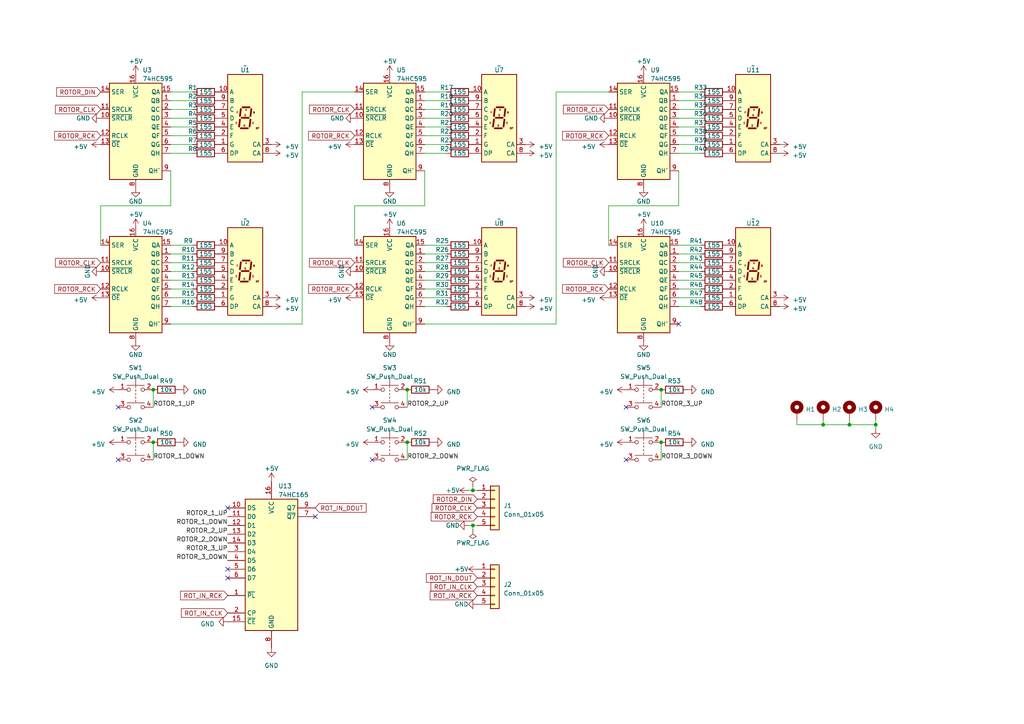
<source format=kicad_sch>
(kicad_sch (version 20220914) (generator eeschema)
  (paper "A4")
  (lib_symbols
    (symbol "74xx:74HC165"
      (property "Reference" "U" (at -7.62 19.05 0))
      (property "Value" "74HC165" (at -7.62 -21.59 0))
      (symbol "74HC165_1_0"
        (pin input line (at -12.7 -10.16 0) (length 5.08) (name "~{PL}") (number "1"))
        (pin input line (at -12.7 15.24 0) (length 5.08) (name "DS") (number "10"))
        (pin input line (at -12.7 12.7 0) (length 5.08) (name "D0") (number "11"))
        (pin input line (at -12.7 10.16 0) (length 5.08) (name "D1") (number "12"))
        (pin input line (at -12.7 7.62 0) (length 5.08) (name "D2") (number "13"))
        (pin input line (at -12.7 5.08 0) (length 5.08) (name "D3") (number "14"))
        (pin input line (at -12.7 -17.78 0) (length 5.08) (name "~{CE}") (number "15"))
        (pin power_in line (at 0 22.86 270) (length 5.08) (name "VCC") (number "16"))
        (pin input line (at -12.7 -15.24 0) (length 5.08) (name "CP") (number "2"))
        (pin input line (at -12.7 2.54 0) (length 5.08) (name "D4") (number "3"))
        (pin input line (at -12.7 0 0) (length 5.08) (name "D5") (number "4"))
        (pin input line (at -12.7 -2.54 0) (length 5.08) (name "D6") (number "5"))
        (pin input line (at -12.7 -5.08 0) (length 5.08) (name "D7") (number "6"))
        (pin output line (at 12.7 12.7 180) (length 5.08) (name "~{Q7}") (number "7"))
        (pin power_in line (at 0 -25.4 90) (length 5.08) (name "GND") (number "8"))
        (pin output line (at 12.7 15.24 180) (length 5.08) (name "Q7") (number "9"))
      )
    )
    (symbol "74xx:74HC595"
      (property "Reference" "U" (at -7.62 13.97 0))
      (property "Value" "74HC595" (at -7.62 -16.51 0))
      (symbol "74HC595_1_0"
        (pin tri_state line (at 10.16 7.62 180) (length 2.54) (name "QB") (number "1"))
        (pin input line (at -10.16 2.54 0) (length 2.54) (name "~{SRCLR}") (number "10"))
        (pin input line (at -10.16 5.08 0) (length 2.54) (name "SRCLK") (number "11"))
        (pin input line (at -10.16 -2.54 0) (length 2.54) (name "RCLK") (number "12"))
        (pin input line (at -10.16 -5.08 0) (length 2.54) (name "~{OE}") (number "13"))
        (pin input line (at -10.16 10.16 0) (length 2.54) (name "SER") (number "14"))
        (pin tri_state line (at 10.16 10.16 180) (length 2.54) (name "QA") (number "15"))
        (pin power_in line (at 0 15.24 270) (length 2.54) (name "VCC") (number "16"))
        (pin tri_state line (at 10.16 5.08 180) (length 2.54) (name "QC") (number "2"))
        (pin tri_state line (at 10.16 2.54 180) (length 2.54) (name "QD") (number "3"))
        (pin tri_state line (at 10.16 0 180) (length 2.54) (name "QE") (number "4"))
        (pin tri_state line (at 10.16 -2.54 180) (length 2.54) (name "QF") (number "5"))
        (pin tri_state line (at 10.16 -5.08 180) (length 2.54) (name "QG") (number "6"))
        (pin tri_state line (at 10.16 -7.62 180) (length 2.54) (name "QH") (number "7"))
        (pin power_in line (at 0 -17.78 90) (length 2.54) (name "GND") (number "8"))
        (pin output line (at 10.16 -12.7 180) (length 2.54) (name "QH'") (number "9"))
      )
    )
    (symbol "Connector_Generic:Conn_01x05" (pin_names (offset 1.016) hide)
      (property "Reference" "J" (at 0 7.62 0))
      (property "Value" "Conn_01x05" (at 0 -7.62 0))
      (symbol "Conn_01x05_1_1"
        (pin passive line (at -5.08 5.08 0) (length 3.81) (name "Pin_1") (number "1"))
        (pin passive line (at -5.08 2.54 0) (length 3.81) (name "Pin_2") (number "2"))
        (pin passive line (at -5.08 0 0) (length 3.81) (name "Pin_3") (number "3"))
        (pin passive line (at -5.08 -2.54 0) (length 3.81) (name "Pin_4") (number "4"))
        (pin passive line (at -5.08 -5.08 0) (length 3.81) (name "Pin_5") (number "5"))
      )
    )
    (symbol "Device:R" (pin_numbers hide) (pin_names (offset 0))
      (property "Reference" "R" (at 2.032 0 90))
      (property "Value" "R" (at 0 0 90))
      (symbol "R_1_1"
        (pin passive line (at 0 3.81 270) (length 1.27) (name "~") (number "1"))
        (pin passive line (at 0 -3.81 90) (length 1.27) (name "~") (number "2"))
      )
    )
    (symbol "HDSP-561E:HDSP-561E"
      (property "Reference" "U" (at 0 11.43 0))
      (symbol "HDSP-561E_1_0"
        (text "A" (at 0.254 2.413 0) (effects (font (size 0.508 0.508))))
        (text "B" (at 2.54 1.651 0) (effects (font (size 0.508 0.508))))
        (text "C" (at 2.286 -1.397 0) (effects (font (size 0.508 0.508))))
        (text "D" (at -0.254 -2.159 0) (effects (font (size 0.508 0.508))))
        (text "DP" (at 3.556 -2.921 0) (effects (font (size 0.508 0.508))))
        (text "E" (at -2.54 -1.397 0) (effects (font (size 0.508 0.508))))
        (text "F" (at -2.286 1.651 0) (effects (font (size 0.508 0.508))))
        (text "G" (at 0 0.889 0) (effects (font (size 0.508 0.508))))
      )
      (symbol "HDSP-561E_1_1"
        (pin input line (at -7.62 -7.62 0) (length 2.54) (name "G") (number "1"))
        (pin input line (at -7.62 7.62 0) (length 2.54) (name "A") (number "10"))
        (pin input line (at -7.62 -5.08 0) (length 2.54) (name "F") (number "2"))
        (pin input line (at 7.62 -7.62 180) (length 2.54) (name "CA") (number "3"))
        (pin input line (at -7.62 -2.54 0) (length 2.54) (name "E") (number "4"))
        (pin input line (at -7.62 0 0) (length 2.54) (name "D") (number "5"))
        (pin input line (at -7.62 -10.16 0) (length 2.54) (name "DP") (number "6"))
        (pin input line (at -7.62 2.54 0) (length 2.54) (name "C") (number "7"))
        (pin input line (at 7.62 -10.16 180) (length 2.54) (name "CA") (number "8"))
        (pin input line (at -7.62 5.08 0) (length 2.54) (name "B") (number "9"))
      )
    )
    (symbol "Mechanical:MountingHole_Pad" (pin_numbers hide) (pin_names (offset 1.016) hide)
      (property "Reference" "H" (at 0 6.35 0))
      (property "Value" "MountingHole_Pad" (at 0 4.445 0))
      (symbol "MountingHole_Pad_1_1"
        (pin input line (at 0 -2.54 90) (length 2.54) (name "1") (number "1"))
      )
    )
    (symbol "Switch:SW_Push_Dual" (pin_names (offset 1.016) hide)
      (property "Reference" "SW" (at 1.27 2.54 0))
      (property "Value" "SW_Push_Dual" (at 0 -6.858 0))
      (symbol "SW_Push_Dual_0_1"
        (pin passive line (at -5.08 0 0) (length 2.54) (name "1") (number "1"))
        (pin passive line (at 5.08 0 180) (length 2.54) (name "2") (number "2"))
        (pin passive line (at -5.08 -5.08 0) (length 2.54) (name "3") (number "3"))
        (pin passive line (at 5.08 -5.08 180) (length 2.54) (name "4") (number "4"))
      )
    )
    (symbol "power:+5V" (power) (pin_names (offset 0))
      (property "Value" "+5V" (at 0 3.556 0))
      (symbol "+5V_1_1"
        (pin power_in line (at 0 0 90) (length 0) hide (name "+5V") (number "1"))
      )
    )
    (symbol "power:GND" (power) (pin_names (offset 0))
      (property "Value" "GND" (at 0 -3.81 0))
      (symbol "GND_1_1"
        (pin power_in line (at 0 0 270) (length 0) hide (name "GND") (number "1"))
      )
    )
    (symbol "power:PWR_FLAG" (power) (pin_numbers hide) (pin_names (offset 0) hide)
      (property "Value" "PWR_FLAG" (at 0 3.81 0))
      (symbol "PWR_FLAG_0_0"
        (pin power_out line (at 0 0 90) (length 0) (name "pwr") (number "1"))
      )
    )
  )
  (junction (at 238.76 123.19))
  (junction (at 191.77 113.03))
  (junction (at 44.45 113.03))
  (junction (at 254 123.19))
  (junction (at 44.45 128.27))
  (junction (at 137.16 142.24))
  (junction (at 118.11 113.03))
  (junction (at 118.11 128.27))
  (junction (at 137.16 152.4))
  (junction (at 191.77 128.27))
  (junction (at 246.38 123.19))
  (no_connect (at 196.85 93.98))
  (no_connect (at 107.95 133.35))
  (no_connect (at 107.95 118.11))
  (no_connect (at 66.04 165.1))
  (no_connect (at 91.44 149.86))
  (no_connect (at 66.04 167.64))
  (no_connect (at 66.04 147.32))
  (no_connect (at 181.61 118.11))
  (no_connect (at 34.29 133.35))
  (no_connect (at 34.29 118.11))
  (no_connect (at 181.61 133.35))
  (wire (pts (xy 129.54 76.2) (xy 123.19 76.2)))
  (wire (pts (xy 123.19 31.75) (xy 129.54 31.75)))
  (wire (pts (xy 196.85 49.53) (xy 196.85 59.69)))
  (wire (pts (xy 123.19 26.67) (xy 129.54 26.67)))
  (wire (pts (xy 196.85 34.29) (xy 203.2 34.29)))
  (wire (pts (xy 29.21 59.69) (xy 29.21 71.12)))
  (wire (pts (xy 87.63 26.67) (xy 102.87 26.67)))
  (wire (pts (xy 55.88 76.2) (xy 49.53 76.2)))
  (wire (pts (xy 137.16 153.67) (xy 137.16 152.4)))
  (wire (pts (xy 203.2 88.9) (xy 196.85 88.9)))
  (wire (pts (xy 246.38 121.92) (xy 246.38 123.19)))
  (wire (pts (xy 196.85 41.91) (xy 203.2 41.91)))
  (wire (pts (xy 55.88 81.28) (xy 49.53 81.28)))
  (wire (pts (xy 203.2 76.2) (xy 196.85 76.2)))
  (wire (pts (xy 135.89 152.4) (xy 137.16 152.4)))
  (wire (pts (xy 231.14 123.19) (xy 238.76 123.19)))
  (wire (pts (xy 123.19 41.91) (xy 129.54 41.91)))
  (wire (pts (xy 49.53 29.21) (xy 55.88 29.21)))
  (wire (pts (xy 129.54 86.36) (xy 123.19 86.36)))
  (wire (pts (xy 49.53 44.45) (xy 55.88 44.45)))
  (wire (pts (xy 203.2 73.66) (xy 196.85 73.66)))
  (wire (pts (xy 123.19 49.53) (xy 123.19 59.69)))
  (wire (pts (xy 196.85 29.21) (xy 203.2 29.21)))
  (wire (pts (xy 118.11 113.03) (xy 118.11 118.11)))
  (wire (pts (xy 129.54 73.66) (xy 123.19 73.66)))
  (wire (pts (xy 49.53 36.83) (xy 55.88 36.83)))
  (wire (pts (xy 87.63 93.98) (xy 87.63 26.67)))
  (wire (pts (xy 55.88 73.66) (xy 49.53 73.66)))
  (wire (pts (xy 196.85 39.37) (xy 203.2 39.37)))
  (wire (pts (xy 203.2 78.74) (xy 196.85 78.74)))
  (wire (pts (xy 49.53 41.91) (xy 55.88 41.91)))
  (wire (pts (xy 129.54 88.9) (xy 123.19 88.9)))
  (wire (pts (xy 203.2 71.12) (xy 196.85 71.12)))
  (wire (pts (xy 55.88 86.36) (xy 49.53 86.36)))
  (wire (pts (xy 55.88 71.12) (xy 49.53 71.12)))
  (wire (pts (xy 44.45 128.27) (xy 44.45 133.35)))
  (wire (pts (xy 191.77 113.03) (xy 191.77 118.11)))
  (wire (pts (xy 161.29 93.98) (xy 161.29 26.67)))
  (wire (pts (xy 196.85 26.67) (xy 203.2 26.67)))
  (wire (pts (xy 129.54 83.82) (xy 123.19 83.82)))
  (wire (pts (xy 123.19 29.21) (xy 129.54 29.21)))
  (wire (pts (xy 49.53 34.29) (xy 55.88 34.29)))
  (wire (pts (xy 137.16 152.4) (xy 138.43 152.4)))
  (wire (pts (xy 135.89 142.24) (xy 137.16 142.24)))
  (wire (pts (xy 129.54 71.12) (xy 123.19 71.12)))
  (wire (pts (xy 49.53 49.53) (xy 49.53 59.69)))
  (wire (pts (xy 238.76 123.19) (xy 246.38 123.19)))
  (wire (pts (xy 123.19 44.45) (xy 129.54 44.45)))
  (wire (pts (xy 123.19 39.37) (xy 129.54 39.37)))
  (wire (pts (xy 102.87 59.69) (xy 102.87 71.12)))
  (wire (pts (xy 203.2 83.82) (xy 196.85 83.82)))
  (wire (pts (xy 196.85 44.45) (xy 203.2 44.45)))
  (wire (pts (xy 196.85 31.75) (xy 203.2 31.75)))
  (wire (pts (xy 123.19 59.69) (xy 102.87 59.69)))
  (wire (pts (xy 55.88 78.74) (xy 49.53 78.74)))
  (wire (pts (xy 203.2 81.28) (xy 196.85 81.28)))
  (wire (pts (xy 123.19 36.83) (xy 129.54 36.83)))
  (wire (pts (xy 129.54 78.74) (xy 123.19 78.74)))
  (wire (pts (xy 203.2 86.36) (xy 196.85 86.36)))
  (wire (pts (xy 44.45 113.03) (xy 44.45 118.11)))
  (wire (pts (xy 238.76 121.92) (xy 238.76 123.19)))
  (wire (pts (xy 246.38 123.19) (xy 254 123.19)))
  (wire (pts (xy 49.53 26.67) (xy 55.88 26.67)))
  (wire (pts (xy 49.53 39.37) (xy 55.88 39.37)))
  (wire (pts (xy 123.19 93.98) (xy 161.29 93.98)))
  (wire (pts (xy 118.11 128.27) (xy 118.11 133.35)))
  (wire (pts (xy 55.88 83.82) (xy 49.53 83.82)))
  (wire (pts (xy 55.88 88.9) (xy 49.53 88.9)))
  (wire (pts (xy 254 123.19) (xy 254 121.92)))
  (wire (pts (xy 129.54 81.28) (xy 123.19 81.28)))
  (wire (pts (xy 123.19 34.29) (xy 129.54 34.29)))
  (wire (pts (xy 137.16 142.24) (xy 138.43 142.24)))
  (wire (pts (xy 254 124.46) (xy 254 123.19)))
  (wire (pts (xy 231.14 121.92) (xy 231.14 123.19)))
  (wire (pts (xy 191.77 128.27) (xy 191.77 133.35)))
  (wire (pts (xy 49.53 59.69) (xy 29.21 59.69)))
  (wire (pts (xy 49.53 93.98) (xy 87.63 93.98)))
  (wire (pts (xy 137.16 142.24) (xy 137.16 140.97)))
  (wire (pts (xy 49.53 31.75) (xy 55.88 31.75)))
  (wire (pts (xy 176.53 59.69) (xy 176.53 71.12)))
  (wire (pts (xy 161.29 26.67) (xy 176.53 26.67)))
  (wire (pts (xy 196.85 36.83) (xy 203.2 36.83)))
  (wire (pts (xy 196.85 59.69) (xy 176.53 59.69)))
  (label "ROTOR_1_UP" (at 44.45 118.11 0))
  (label "ROTOR_2_UP" (at 118.11 118.11 0))
  (label "ROTOR_1_DOWN" (at 44.45 133.35 0))
  (label "ROTOR_3_DOWN" (at 66.04 162.56 180))
  (label "ROTOR_1_DOWN" (at 66.04 152.4 180))
  (label "ROTOR_2_DOWN" (at 66.04 157.48 180))
  (label "ROTOR_2_DOWN" (at 118.11 133.35 0))
  (label "ROTOR_3_UP" (at 66.04 160.02 180))
  (label "ROTOR_3_UP" (at 191.77 118.11 0))
  (label "ROTOR_2_UP" (at 66.04 154.94 180))
  (label "ROTOR_1_UP" (at 66.04 149.86 180))
  (label "ROTOR_3_DOWN" (at 191.77 133.35 0))
  (global_label "ROTOR_CLK" (shape input) (at 176.53 31.75 180) (property "Intersheetrefs" "${INTERSHEET_REFS}" (effects hide)))
  (global_label "ROTOR_RCK" (shape input) (at 138.43 149.86 180) (property "Intersheetrefs" "${INTERSHEET_REFS}" (effects hide)))
  (global_label "ROTOR_DIN" (shape input) (at 29.21 26.67 180) (property "Intersheetrefs" "${INTERSHEET_REFS}" (effects hide)))
  (global_label "ROTOR_CLK" (shape input) (at 102.87 31.75 180) (property "Intersheetrefs" "${INTERSHEET_REFS}" (effects hide)))
  (global_label "ROT_IN_RCK" (shape input) (at 138.43 172.72 180) (property "Intersheetrefs" "${INTERSHEET_REFS}" (effects hide)))
  (global_label "ROTOR_CLK" (shape input) (at 138.43 147.32 180) (property "Intersheetrefs" "${INTERSHEET_REFS}" (effects hide)))
  (global_label "ROTOR_DIN" (shape input) (at 138.43 144.78 180) (property "Intersheetrefs" "${INTERSHEET_REFS}" (effects hide)))
  (global_label "ROT_IN_CLK" (shape input) (at 138.43 170.18 180) (property "Intersheetrefs" "${INTERSHEET_REFS}" (effects hide)))
  (global_label "ROTOR_CLK" (shape input) (at 29.21 76.2 180) (property "Intersheetrefs" "${INTERSHEET_REFS}" (effects hide)))
  (global_label "ROTOR_CLK" (shape input) (at 29.21 31.75 180) (property "Intersheetrefs" "${INTERSHEET_REFS}" (effects hide)))
  (global_label "ROT_IN_DOUT" (shape input) (at 91.44 147.32 0) (property "Intersheetrefs" "${INTERSHEET_REFS}" (effects hide)))
  (global_label "ROTOR_RCK" (shape input) (at 176.53 39.37 180) (property "Intersheetrefs" "${INTERSHEET_REFS}" (effects hide)))
  (global_label "ROTOR_RCK" (shape input) (at 176.53 83.82 180) (property "Intersheetrefs" "${INTERSHEET_REFS}" (effects hide)))
  (global_label "ROT_IN_RCK" (shape input) (at 66.04 172.72 180) (property "Intersheetrefs" "${INTERSHEET_REFS}" (effects hide)))
  (global_label "ROTOR_RCK" (shape input) (at 29.21 39.37 180) (property "Intersheetrefs" "${INTERSHEET_REFS}" (effects hide)))
  (global_label "ROT_IN_CLK" (shape input) (at 66.04 177.8 180) (property "Intersheetrefs" "${INTERSHEET_REFS}" (effects hide)))
  (global_label "ROTOR_RCK" (shape input) (at 102.87 39.37 180) (property "Intersheetrefs" "${INTERSHEET_REFS}" (effects hide)))
  (global_label "ROT_IN_DOUT" (shape input) (at 138.43 167.64 180) (property "Intersheetrefs" "${INTERSHEET_REFS}" (effects hide)))
  (global_label "ROTOR_RCK" (shape input) (at 29.21 83.82 180) (property "Intersheetrefs" "${INTERSHEET_REFS}" (effects hide)))
  (global_label "ROTOR_CLK" (shape input) (at 102.87 76.2 180) (property "Intersheetrefs" "${INTERSHEET_REFS}" (effects hide)))
  (global_label "ROTOR_RCK" (shape input) (at 102.87 83.82 180) (property "Intersheetrefs" "${INTERSHEET_REFS}" (effects hide)))
  (global_label "ROTOR_CLK" (shape input) (at 176.53 76.2 180) (property "Intersheetrefs" "${INTERSHEET_REFS}" (effects hide)))
  (symbol (lib_id "power:+5V") (at 107.95 128.27 90) (unit 1)
    (default_instance (reference "#PWR?") (unit 1) (value "+5V") (footprint ""))
    (property "Reference" "#PWR0123" (effects hide))
    (property "Value" "+5V" (at 104.14 128.905 90) (effects (justify left)))
  )
  (symbol (lib_id "Device:R") (at 59.69 39.37 90) (unit 1)
    (default_instance (reference "R1") (unit 1) (value "155") (footprint ""))
    (property "Reference" "R6" (at 55.88 38.1 90))
    (property "Value" "155" (at 59.69 39.37 90))
    (property "Footprint" "Resistor_SMD:R_0805_2012Metric_Pad1.20x1.40mm_HandSolder" (effects hide))
  )
  (symbol (lib_id "Device:R") (at 133.35 44.45 90) (unit 1)
    (default_instance (reference "R1") (unit 1) (value "155") (footprint ""))
    (property "Reference" "R24" (at 129.54 43.18 90))
    (property "Value" "155" (at 133.35 44.45 90))
    (property "Footprint" "Resistor_SMD:R_0805_2012Metric_Pad1.20x1.40mm_HandSolder" (effects hide))
  )
  (symbol (lib_id "Switch:SW_Push_Dual") (at 113.03 128.27 0) (unit 1)
    (default_instance (reference "SW1") (unit 1) (value "SW_Push_Dual") (footprint ""))
    (property "Reference" "SW4" (at 113.03 121.92 0))
    (property "Value" "SW_Push_Dual" (at 113.03 124.46 0))
    (property "Footprint" "Button_Switch_SMD:SW_Push_1P1T_NO_CK_KSC6xxJ" (effects hide))
  )
  (symbol (lib_id "Device:R") (at 121.92 128.27 90) (unit 1)
    (default_instance (reference "R1") (unit 1) (value "155") (footprint ""))
    (property "Reference" "R52" (at 121.92 125.73 90))
    (property "Value" "10k" (at 121.92 128.27 90))
    (property "Footprint" "Resistor_THT:R_Axial_DIN0207_L6.3mm_D2.5mm_P10.16mm_Horizontal" (effects hide))
  )
  (symbol (lib_id "power:GND") (at 113.03 54.61 0) (unit 1)
    (default_instance (reference "#PWR?") (unit 1) (value "GND") (footprint ""))
    (property "Reference" "#PWR0105" (effects hide))
    (property "Value" "GND" (at 113.03 58.42 0))
  )
  (symbol (lib_id "power:+5V") (at 226.06 41.91 270) (unit 1)
    (default_instance (reference "#PWR?") (unit 1) (value "+5V") (footprint ""))
    (property "Reference" "#PWR0135" (effects hide))
    (property "Value" "+5V" (at 229.87 42.545 90) (effects (justify left)))
  )
  (symbol (lib_id "power:+5V") (at 152.4 44.45 270) (unit 1)
    (default_instance (reference "#PWR?") (unit 1) (value "+5V") (footprint ""))
    (property "Reference" "#PWR0132" (effects hide))
    (property "Value" "+5V" (at 156.21 45.085 90) (effects (justify left)))
  )
  (symbol (lib_id "power:GND") (at 52.07 113.03 90) (unit 1)
    (default_instance (reference "#PWR?") (unit 1) (value "GND") (footprint ""))
    (property "Reference" "#PWR0117" (effects hide))
    (property "Value" "GND" (at 55.88 113.665 90) (effects (justify right)))
  )
  (symbol (lib_id "Device:R") (at 133.35 36.83 90) (unit 1)
    (default_instance (reference "R1") (unit 1) (value "155") (footprint ""))
    (property "Reference" "R21" (at 129.54 35.56 90))
    (property "Value" "155" (at 133.35 36.83 90))
    (property "Footprint" "Resistor_SMD:R_0805_2012Metric_Pad1.20x1.40mm_HandSolder" (effects hide))
  )
  (symbol (lib_id "power:+5V") (at 135.89 142.24 90) (mirror x) (unit 1)
    (default_instance (reference "#PWR?") (unit 1) (value "+5V") (footprint ""))
    (property "Reference" "#PWR0141" (effects hide))
    (property "Value" "+5V" (at 133.35 142.24 90) (effects (justify left)))
  )
  (symbol (lib_id "power:+5V") (at 186.69 66.04 0) (unit 1)
    (default_instance (reference "#PWR?") (unit 1) (value "+5V") (footprint ""))
    (property "Reference" "#PWR0145" (effects hide))
    (property "Value" "+5V" (at 186.69 62.23 0))
  )
  (symbol (lib_id "power:+5V") (at 186.69 21.59 0) (unit 1)
    (default_instance (reference "#PWR?") (unit 1) (value "+5V") (footprint ""))
    (property "Reference" "#PWR0136" (effects hide))
    (property "Value" "+5V" (at 186.69 17.78 0))
  )
  (symbol (lib_id "power:+5V") (at 107.95 113.03 90) (unit 1)
    (default_instance (reference "#PWR?") (unit 1) (value "+5V") (footprint ""))
    (property "Reference" "#PWR0122" (effects hide))
    (property "Value" "+5V" (at 104.14 113.665 90) (effects (justify left)))
  )
  (symbol (lib_id "Device:R") (at 48.26 113.03 90) (unit 1)
    (default_instance (reference "R1") (unit 1) (value "155") (footprint ""))
    (property "Reference" "R49" (at 48.26 110.49 90))
    (property "Value" "10k" (at 48.26 113.03 90))
    (property "Footprint" "Resistor_THT:R_Axial_DIN0207_L6.3mm_D2.5mm_P10.16mm_Horizontal" (effects hide))
  )
  (symbol (lib_id "power:GND") (at 199.39 128.27 90) (unit 1)
    (default_instance (reference "#PWR?") (unit 1) (value "GND") (footprint ""))
    (property "Reference" "#PWR0150" (effects hide))
    (property "Value" "GND" (at 203.2 128.905 90) (effects (justify right)))
  )
  (symbol (lib_id "Device:R") (at 59.69 41.91 90) (unit 1)
    (default_instance (reference "R1") (unit 1) (value "155") (footprint ""))
    (property "Reference" "R7" (at 55.88 40.64 90))
    (property "Value" "155" (at 59.69 41.91 90))
    (property "Footprint" "Resistor_SMD:R_0805_2012Metric_Pad1.20x1.40mm_HandSolder" (effects hide))
  )
  (symbol (lib_id "Device:R") (at 207.01 44.45 90) (unit 1)
    (default_instance (reference "R1") (unit 1) (value "155") (footprint ""))
    (property "Reference" "R40" (at 203.2 43.18 90))
    (property "Value" "155" (at 207.01 44.45 90))
    (property "Footprint" "Resistor_SMD:R_0805_2012Metric_Pad1.20x1.40mm_HandSolder" (effects hide))
  )
  (symbol (lib_id "power:+5V") (at 138.43 165.1 90) (mirror x) (unit 1)
    (default_instance (reference "#PWR?") (unit 1) (value "+5V") (footprint ""))
    (property "Reference" "#PWR0167" (effects hide))
    (property "Value" "+5V" (at 135.89 165.1 90) (effects (justify left)))
  )
  (symbol (lib_id "Switch:SW_Push_Dual") (at 39.37 128.27 0) (unit 1)
    (default_instance (reference "SW1") (unit 1) (value "SW_Push_Dual") (footprint ""))
    (property "Reference" "SW2" (at 39.37 121.92 0))
    (property "Value" "SW_Push_Dual" (at 39.37 124.46 0))
    (property "Footprint" "Button_Switch_SMD:SW_Push_1P1T_NO_CK_KSC6xxJ" (effects hide))
  )
  (symbol (lib_id "Device:R") (at 133.35 81.28 90) (unit 1)
    (default_instance (reference "R1") (unit 1) (value "155") (footprint ""))
    (property "Reference" "R29" (at 128.27 80.01 90))
    (property "Value" "155" (at 133.35 81.28 90))
    (property "Footprint" "Resistor_SMD:R_0805_2012Metric_Pad1.20x1.40mm_HandSolder" (effects hide))
  )
  (symbol (lib_id "power:GND") (at 138.43 175.26 270) (mirror x) (unit 1)
    (default_instance (reference "#PWR?") (unit 1) (value "GND") (footprint ""))
    (property "Reference" "#PWR0163" (effects hide))
    (property "Value" "GND" (at 135.89 175.26 90) (effects (justify right)))
  )
  (symbol (lib_id "Device:R") (at 133.35 39.37 90) (unit 1)
    (default_instance (reference "R1") (unit 1) (value "155") (footprint ""))
    (property "Reference" "R22" (at 129.54 38.1 90))
    (property "Value" "155" (at 133.35 39.37 90))
    (property "Footprint" "Resistor_SMD:R_0805_2012Metric_Pad1.20x1.40mm_HandSolder" (effects hide))
  )
  (symbol (lib_id "Connector_Generic:Conn_01x05") (at 143.51 147.32 0) (unit 1)
    (default_instance (reference "J1") (unit 1) (value "Conn_01x05") (footprint ""))
    (property "Reference" "J1" (at 146.05 146.685 0) (effects (justify left)))
    (property "Value" "Conn_01x05" (at 146.05 149.225 0) (effects (justify left)))
    (property "Footprint" "Connector_JST:JST_XH_B5B-XH-A_1x05_P2.50mm_Vertical" (effects hide))
  )
  (symbol (lib_id "power:GND") (at 176.53 78.74 270) (unit 1)
    (default_instance (reference "#PWR?") (unit 1) (value "GND") (footprint ""))
    (property "Reference" "#PWR0146" (effects hide))
    (property "Value" "GND" (at 172.72 78.74 0))
  )
  (symbol (lib_id "Device:R") (at 133.35 29.21 90) (unit 1)
    (default_instance (reference "R1") (unit 1) (value "155") (footprint ""))
    (property "Reference" "R18" (at 129.54 27.94 90))
    (property "Value" "155" (at 133.35 29.21 90))
    (property "Footprint" "Resistor_SMD:R_0805_2012Metric_Pad1.20x1.40mm_HandSolder" (effects hide))
  )
  (symbol (lib_id "power:GND") (at 29.21 34.29 270) (unit 1)
    (default_instance (reference "#PWR?") (unit 1) (value "GND") (footprint ""))
    (property "Reference" "#PWR0103" (effects hide))
    (property "Value" "GND" (at 24.13 34.29 90))
  )
  (symbol (lib_id "Device:R") (at 207.01 41.91 90) (unit 1)
    (default_instance (reference "R1") (unit 1) (value "155") (footprint ""))
    (property "Reference" "R39" (at 203.2 40.64 90))
    (property "Value" "155" (at 207.01 41.91 90))
    (property "Footprint" "Resistor_SMD:R_0805_2012Metric_Pad1.20x1.40mm_HandSolder" (effects hide))
  )
  (symbol (lib_id "power:GND") (at 52.07 128.27 90) (unit 1)
    (default_instance (reference "#PWR?") (unit 1) (value "GND") (footprint ""))
    (property "Reference" "#PWR0118" (effects hide))
    (property "Value" "GND" (at 55.88 128.905 90) (effects (justify right)))
  )
  (symbol (lib_id "Device:R") (at 133.35 73.66 90) (unit 1)
    (default_instance (reference "R1") (unit 1) (value "155") (footprint ""))
    (property "Reference" "R26" (at 128.27 72.39 90))
    (property "Value" "155" (at 133.35 73.66 90))
    (property "Footprint" "Resistor_SMD:R_0805_2012Metric_Pad1.20x1.40mm_HandSolder" (effects hide))
  )
  (symbol (lib_id "Device:R") (at 207.01 31.75 90) (unit 1)
    (default_instance (reference "R1") (unit 1) (value "155") (footprint ""))
    (property "Reference" "R35" (at 203.2 30.48 90))
    (property "Value" "155" (at 207.01 31.75 90))
    (property "Footprint" "Resistor_SMD:R_0805_2012Metric_Pad1.20x1.40mm_HandSolder" (effects hide))
  )
  (symbol (lib_id "Device:R") (at 133.35 34.29 90) (unit 1)
    (default_instance (reference "R1") (unit 1) (value "155") (footprint ""))
    (property "Reference" "R20" (at 129.54 33.02 90))
    (property "Value" "155" (at 133.35 34.29 90))
    (property "Footprint" "Resistor_SMD:R_0805_2012Metric_Pad1.20x1.40mm_HandSolder" (effects hide))
  )
  (symbol (lib_id "power:GND") (at 125.73 128.27 90) (unit 1)
    (default_instance (reference "#PWR?") (unit 1) (value "GND") (footprint ""))
    (property "Reference" "#PWR0139" (effects hide))
    (property "Value" "GND" (at 129.54 128.905 90) (effects (justify right)))
  )
  (symbol (lib_id "Device:R") (at 195.58 128.27 90) (unit 1)
    (default_instance (reference "R1") (unit 1) (value "155") (footprint ""))
    (property "Reference" "R54" (at 195.58 125.73 90))
    (property "Value" "10k" (at 195.58 128.27 90))
    (property "Footprint" "Resistor_THT:R_Axial_DIN0207_L6.3mm_D2.5mm_P10.16mm_Horizontal" (effects hide))
  )
  (symbol (lib_id "Device:R") (at 207.01 39.37 90) (unit 1)
    (default_instance (reference "R1") (unit 1) (value "155") (footprint ""))
    (property "Reference" "R38" (at 203.2 38.1 90))
    (property "Value" "155" (at 207.01 39.37 90))
    (property "Footprint" "Resistor_SMD:R_0805_2012Metric_Pad1.20x1.40mm_HandSolder" (effects hide))
  )
  (symbol (lib_id "Device:R") (at 207.01 81.28 90) (unit 1)
    (default_instance (reference "R1") (unit 1) (value "155") (footprint ""))
    (property "Reference" "R45" (at 201.93 80.01 90))
    (property "Value" "155" (at 207.01 81.28 90))
    (property "Footprint" "Resistor_SMD:R_0805_2012Metric_Pad1.20x1.40mm_HandSolder" (effects hide))
  )
  (symbol (lib_id "HDSP-561E:HDSP-561E") (at 144.78 78.74 0) (unit 1)
    (default_instance (reference "U1") (unit 1) (value "~") (footprint "HDSP-561E:HDSP-561E"))
    (property "Reference" "U8" (at 144.78 64.77 0))
    (property "Value" "~" (at 144.78 63.5 0))
    (property "Footprint" "HDSP-561E:HDSP-561E" (effects hide))
  )
  (symbol (lib_id "power:GND") (at 186.69 99.06 0) (unit 1)
    (default_instance (reference "#PWR?") (unit 1) (value "GND") (footprint ""))
    (property "Reference" "#PWR0143" (effects hide))
    (property "Value" "GND" (at 186.69 102.87 0))
  )
  (symbol (lib_id "Switch:SW_Push_Dual") (at 186.69 128.27 0) (unit 1)
    (default_instance (reference "SW1") (unit 1) (value "SW_Push_Dual") (footprint ""))
    (property "Reference" "SW6" (at 186.69 121.92 0))
    (property "Value" "SW_Push_Dual" (at 186.69 124.46 0))
    (property "Footprint" "Button_Switch_SMD:SW_Push_1P1T_NO_CK_KSC6xxJ" (effects hide))
  )
  (symbol (lib_id "Device:R") (at 207.01 73.66 90) (unit 1)
    (default_instance (reference "R1") (unit 1) (value "155") (footprint ""))
    (property "Reference" "R42" (at 201.93 72.39 90))
    (property "Value" "155" (at 207.01 73.66 90))
    (property "Footprint" "Resistor_SMD:R_0805_2012Metric_Pad1.20x1.40mm_HandSolder" (effects hide))
  )
  (symbol (lib_id "Device:R") (at 207.01 36.83 90) (unit 1)
    (default_instance (reference "R1") (unit 1) (value "155") (footprint ""))
    (property "Reference" "R37" (at 203.2 35.56 90))
    (property "Value" "155" (at 207.01 36.83 90))
    (property "Footprint" "Resistor_SMD:R_0805_2012Metric_Pad1.20x1.40mm_HandSolder" (effects hide))
  )
  (symbol (lib_id "Switch:SW_Push_Dual") (at 39.37 113.03 0) (unit 1)
    (default_instance (reference "SW1") (unit 1) (value "SW_Push_Dual") (footprint ""))
    (property "Reference" "SW1" (at 39.37 106.68 0))
    (property "Value" "SW_Push_Dual" (at 39.37 109.22 0))
    (property "Footprint" "Button_Switch_SMD:SW_Push_1P1T_NO_CK_KSC6xxJ" (effects hide))
  )
  (symbol (lib_id "HDSP-561E:HDSP-561E") (at 218.44 78.74 0) (unit 1)
    (default_instance (reference "U1") (unit 1) (value "~") (footprint "HDSP-561E:HDSP-561E"))
    (property "Reference" "U12" (at 218.44 64.77 0))
    (property "Value" "~" (at 218.44 63.5 0))
    (property "Footprint" "HDSP-561E:HDSP-561E" (effects hide))
  )
  (symbol (lib_id "power:+5V") (at 113.03 66.04 0) (unit 1)
    (default_instance (reference "#PWR?") (unit 1) (value "+5V") (footprint ""))
    (property "Reference" "#PWR0106" (effects hide))
    (property "Value" "+5V" (at 113.03 62.23 0))
  )
  (symbol (lib_id "power:+5V") (at 29.21 86.36 90) (unit 1)
    (default_instance (reference "#PWR?") (unit 1) (value "+5V") (footprint ""))
    (property "Reference" "#PWR0128" (effects hide))
    (property "Value" "+5V" (at 25.4 86.995 90) (effects (justify left)))
  )
  (symbol (lib_id "power:+5V") (at 152.4 88.9 270) (unit 1)
    (default_instance (reference "#PWR?") (unit 1) (value "+5V") (footprint ""))
    (property "Reference" "#PWR0130" (effects hide))
    (property "Value" "+5V" (at 156.21 89.535 90) (effects (justify left)))
  )
  (symbol (lib_id "Device:R") (at 133.35 76.2 90) (unit 1)
    (default_instance (reference "R1") (unit 1) (value "155") (footprint ""))
    (property "Reference" "R27" (at 128.27 74.93 90))
    (property "Value" "155" (at 133.35 76.2 90))
    (property "Footprint" "Resistor_SMD:R_0805_2012Metric_Pad1.20x1.40mm_HandSolder" (effects hide))
  )
  (symbol (lib_id "power:GND") (at 135.89 152.4 270) (mirror x) (unit 1)
    (default_instance (reference "#PWR?") (unit 1) (value "GND") (footprint ""))
    (property "Reference" "#PWR0142" (effects hide))
    (property "Value" "GND" (at 133.35 152.4 90) (effects (justify right)))
  )
  (symbol (lib_id "power:+5V") (at 78.74 139.7 0) (unit 1)
    (default_instance (reference "#PWR?") (unit 1) (value "+5V") (footprint ""))
    (property "Reference" "#PWR0121" (effects hide))
    (property "Value" "+5V" (at 78.74 135.89 0))
  )
  (symbol (lib_id "Device:R") (at 133.35 88.9 90) (unit 1)
    (default_instance (reference "R1") (unit 1) (value "155") (footprint ""))
    (property "Reference" "R32" (at 128.27 87.63 90))
    (property "Value" "155" (at 133.35 88.9 90))
    (property "Footprint" "Resistor_SMD:R_0805_2012Metric_Pad1.20x1.40mm_HandSolder" (effects hide))
  )
  (symbol (lib_id "Device:R") (at 207.01 76.2 90) (unit 1)
    (default_instance (reference "R1") (unit 1) (value "155") (footprint ""))
    (property "Reference" "R43" (at 201.93 74.93 90))
    (property "Value" "155" (at 207.01 76.2 90))
    (property "Footprint" "Resistor_SMD:R_0805_2012Metric_Pad1.20x1.40mm_HandSolder" (effects hide))
  )
  (symbol (lib_id "Device:R") (at 207.01 26.67 90) (unit 1)
    (default_instance (reference "R1") (unit 1) (value "155") (footprint ""))
    (property "Reference" "R33" (at 203.2 25.4 90))
    (property "Value" "155" (at 207.01 26.67 90))
    (property "Footprint" "Resistor_SMD:R_0805_2012Metric_Pad1.20x1.40mm_HandSolder" (effects hide))
  )
  (symbol (lib_id "power:+5V") (at 29.21 41.91 90) (unit 1)
    (default_instance (reference "#PWR?") (unit 1) (value "+5V") (footprint ""))
    (property "Reference" "#PWR0104" (effects hide))
    (property "Value" "+5V" (at 25.4 42.545 90) (effects (justify left)))
  )
  (symbol (lib_id "power:+5V") (at 102.87 41.91 90) (unit 1)
    (default_instance (reference "#PWR?") (unit 1) (value "+5V") (footprint ""))
    (property "Reference" "#PWR0114" (effects hide))
    (property "Value" "+5V" (at 99.06 42.545 90) (effects (justify left)))
  )
  (symbol (lib_id "Device:R") (at 133.35 86.36 90) (unit 1)
    (default_instance (reference "R1") (unit 1) (value "155") (footprint ""))
    (property "Reference" "R31" (at 128.27 85.09 90))
    (property "Value" "155" (at 133.35 86.36 90))
    (property "Footprint" "Resistor_SMD:R_0805_2012Metric_Pad1.20x1.40mm_HandSolder" (effects hide))
  )
  (symbol (lib_id "power:GND") (at 39.37 99.06 0) (unit 1)
    (default_instance (reference "#PWR?") (unit 1) (value "GND") (footprint ""))
    (property "Reference" "#PWR0127" (effects hide))
    (property "Value" "GND" (at 39.37 102.87 0))
  )
  (symbol (lib_id "Mechanical:MountingHole_Pad") (at 231.14 119.38 0) (unit 1)
    (default_instance (reference "H1") (unit 1) (value "MountingHole_Pad") (footprint ""))
    (property "Reference" "H1" (at 233.68 118.745 0) (effects (justify left)))
    (property "Value" "MountingHole_Pad" (effects hide))
    (property "Footprint" "MountingHole:MountingHole_4.3mm_M4_DIN965_Pad" (effects hide))
  )
  (symbol (lib_id "power:+5V") (at 226.06 86.36 270) (unit 1)
    (default_instance (reference "#PWR?") (unit 1) (value "+5V") (footprint ""))
    (property "Reference" "#PWR0138" (effects hide))
    (property "Value" "+5V" (at 229.87 86.995 90) (effects (justify left)))
  )
  (symbol (lib_id "power:+5V") (at 78.74 88.9 270) (unit 1)
    (default_instance (reference "#PWR?") (unit 1) (value "+5V") (footprint ""))
    (property "Reference" "#PWR0125" (effects hide))
    (property "Value" "+5V" (at 82.55 89.535 90) (effects (justify left)))
  )
  (symbol (lib_id "HDSP-561E:HDSP-561E") (at 218.44 34.29 0) (unit 1)
    (default_instance (reference "U1") (unit 1) (value "~") (footprint "HDSP-561E:HDSP-561E"))
    (property "Reference" "U11" (at 218.44 20.32 0))
    (property "Value" "~" (at 218.44 19.05 0))
    (property "Footprint" "HDSP-561E:HDSP-561E" (effects hide))
  )
  (symbol (lib_id "power:GND") (at 78.74 187.96 0) (unit 1)
    (default_instance (reference "#PWR?") (unit 1) (value "GND") (footprint ""))
    (property "Reference" "#PWR0119" (effects hide))
    (property "Value" "GND" (at 78.74 193.04 0))
  )
  (symbol (lib_id "Device:R") (at 207.01 83.82 90) (unit 1)
    (default_instance (reference "R1") (unit 1) (value "155") (footprint ""))
    (property "Reference" "R46" (at 201.93 82.55 90))
    (property "Value" "155" (at 207.01 83.82 90))
    (property "Footprint" "Resistor_SMD:R_0805_2012Metric_Pad1.20x1.40mm_HandSolder" (effects hide))
  )
  (symbol (lib_id "Device:R") (at 59.69 83.82 90) (unit 1)
    (default_instance (reference "R1") (unit 1) (value "155") (footprint ""))
    (property "Reference" "R14" (at 54.61 82.55 90))
    (property "Value" "155" (at 59.69 83.82 90))
    (property "Footprint" "Resistor_SMD:R_0805_2012Metric_Pad1.20x1.40mm_HandSolder" (effects hide))
  )
  (symbol (lib_id "Switch:SW_Push_Dual") (at 186.69 113.03 0) (unit 1)
    (default_instance (reference "SW1") (unit 1) (value "SW_Push_Dual") (footprint ""))
    (property "Reference" "SW5" (at 186.69 106.68 0))
    (property "Value" "SW_Push_Dual" (at 186.69 109.22 0))
    (property "Footprint" "Button_Switch_SMD:SW_Push_1P1T_NO_CK_KSC6xxJ" (effects hide))
  )
  (symbol (lib_id "Device:R") (at 133.35 78.74 90) (unit 1)
    (default_instance (reference "R1") (unit 1) (value "155") (footprint ""))
    (property "Reference" "R28" (at 128.27 77.47 90))
    (property "Value" "155" (at 133.35 78.74 90))
    (property "Footprint" "Resistor_SMD:R_0805_2012Metric_Pad1.20x1.40mm_HandSolder" (effects hide))
  )
  (symbol (lib_id "power:GND") (at 39.37 54.61 0) (unit 1)
    (default_instance (reference "#PWR?") (unit 1) (value "GND") (footprint ""))
    (property "Reference" "#PWR0101" (effects hide))
    (property "Value" "GND" (at 39.37 58.42 0))
  )
  (symbol (lib_id "Device:R") (at 133.35 26.67 90) (unit 1)
    (default_instance (reference "R1") (unit 1) (value "155") (footprint ""))
    (property "Reference" "R17" (at 129.54 25.4 90))
    (property "Value" "155" (at 133.35 26.67 90))
    (property "Footprint" "Resistor_SMD:R_0805_2012Metric_Pad1.20x1.40mm_HandSolder" (effects hide))
  )
  (symbol (lib_id "Device:R") (at 207.01 34.29 90) (unit 1)
    (default_instance (reference "R1") (unit 1) (value "155") (footprint ""))
    (property "Reference" "R36" (at 203.2 33.02 90))
    (property "Value" "155" (at 207.01 34.29 90))
    (property "Footprint" "Resistor_SMD:R_0805_2012Metric_Pad1.20x1.40mm_HandSolder" (effects hide))
  )
  (symbol (lib_id "power:GND") (at 176.53 34.29 270) (unit 1)
    (default_instance (reference "#PWR?") (unit 1) (value "GND") (footprint ""))
    (property "Reference" "#PWR0149" (effects hide))
    (property "Value" "GND" (at 171.45 34.29 90))
  )
  (symbol (lib_id "Device:R") (at 59.69 36.83 90) (unit 1)
    (default_instance (reference "R1") (unit 1) (value "155") (footprint ""))
    (property "Reference" "R5" (at 55.88 35.56 90))
    (property "Value" "155" (at 59.69 36.83 90))
    (property "Footprint" "Resistor_SMD:R_0805_2012Metric_Pad1.20x1.40mm_HandSolder" (effects hide))
  )
  (symbol (lib_id "Switch:SW_Push_Dual") (at 113.03 113.03 0) (unit 1)
    (default_instance (reference "SW1") (unit 1) (value "SW_Push_Dual") (footprint ""))
    (property "Reference" "SW3" (at 113.03 106.68 0))
    (property "Value" "SW_Push_Dual" (at 113.03 109.22 0))
    (property "Footprint" "Button_Switch_SMD:SW_Push_1P1T_NO_CK_KSC6xxJ" (effects hide))
  )
  (symbol (lib_id "power:+5V") (at 226.06 88.9 270) (unit 1)
    (default_instance (reference "#PWR?") (unit 1) (value "+5V") (footprint ""))
    (property "Reference" "#PWR0137" (effects hide))
    (property "Value" "+5V" (at 229.87 89.535 90) (effects (justify left)))
  )
  (symbol (lib_id "74xx:74HC595") (at 186.69 81.28 0) (unit 1)
    (default_instance (reference "U3") (unit 1) (value "74HC595") (footprint ""))
    (property "Reference" "U10" (at 188.6459 64.77 0) (effects (justify left)))
    (property "Value" "74HC595" (at 188.6459 67.31 0) (effects (justify left)))
    (property "Footprint" "Package_DIP:DIP-16_W7.62mm" (effects hide))
    (property "Datasheet" "http://www.ti.com/lit/ds/symlink/sn74hc595.pdf" (effects hide))
  )
  (symbol (lib_id "Device:R") (at 133.35 71.12 90) (unit 1)
    (default_instance (reference "R1") (unit 1) (value "155") (footprint ""))
    (property "Reference" "R25" (at 128.27 69.85 90))
    (property "Value" "155" (at 133.35 71.12 90))
    (property "Footprint" "Resistor_SMD:R_0805_2012Metric_Pad1.20x1.40mm_HandSolder" (effects hide))
  )
  (symbol (lib_id "74xx:74HC165") (at 78.74 162.56 0) (unit 1)
    (default_instance (reference "U13") (unit 1) (value "74HC165") (footprint ""))
    (property "Reference" "U13" (at 80.6959 140.97 0) (effects (justify left)))
    (property "Value" "74HC165" (at 80.6959 143.51 0) (effects (justify left)))
    (property "Footprint" "Package_DIP:DIP-16_W7.62mm" (effects hide))
    (property "Datasheet" "https://assets.nexperia.com/documents/data-sheet/74HC_HCT165.pdf" (effects hide))
  )
  (symbol (lib_id "power:+5V") (at 181.61 128.27 90) (unit 1)
    (default_instance (reference "#PWR?") (unit 1) (value "+5V") (footprint ""))
    (property "Reference" "#PWR0152" (effects hide))
    (property "Value" "+5V" (at 177.8 128.905 90) (effects (justify left)))
  )
  (symbol (lib_id "power:PWR_FLAG") (at 137.16 140.97 0) (mirror y) (unit 1)
    (default_instance (reference "#FLG0101") (unit 1) (value "PWR_FLAG") (footprint ""))
    (property "Reference" "#FLG0101" (effects hide))
    (property "Value" "PWR_FLAG" (at 137.16 135.89 0))
  )
  (symbol (lib_id "power:+5V") (at 78.74 44.45 270) (unit 1)
    (default_instance (reference "#PWR?") (unit 1) (value "+5V") (footprint ""))
    (property "Reference" "#PWR0113" (effects hide))
    (property "Value" "+5V" (at 82.55 45.085 90) (effects (justify left)))
  )
  (symbol (lib_id "power:+5V") (at 152.4 86.36 270) (unit 1)
    (default_instance (reference "#PWR?") (unit 1) (value "+5V") (footprint ""))
    (property "Reference" "#PWR0131" (effects hide))
    (property "Value" "+5V" (at 156.21 86.995 90) (effects (justify left)))
  )
  (symbol (lib_id "Device:R") (at 207.01 29.21 90) (unit 1)
    (default_instance (reference "R1") (unit 1) (value "155") (footprint ""))
    (property "Reference" "R34" (at 203.2 27.94 90))
    (property "Value" "155" (at 207.01 29.21 90))
    (property "Footprint" "Resistor_SMD:R_0805_2012Metric_Pad1.20x1.40mm_HandSolder" (effects hide))
  )
  (symbol (lib_id "Device:R") (at 59.69 71.12 90) (unit 1)
    (default_instance (reference "R1") (unit 1) (value "155") (footprint ""))
    (property "Reference" "R9" (at 54.61 69.85 90))
    (property "Value" "155" (at 59.69 71.12 90))
    (property "Footprint" "Resistor_SMD:R_0805_2012Metric_Pad1.20x1.40mm_HandSolder" (effects hide))
  )
  (symbol (lib_id "74xx:74HC595") (at 113.03 81.28 0) (unit 1)
    (default_instance (reference "U3") (unit 1) (value "74HC595") (footprint ""))
    (property "Reference" "U6" (at 114.9859 64.77 0) (effects (justify left)))
    (property "Value" "74HC595" (at 114.9859 67.31 0) (effects (justify left)))
    (property "Footprint" "Package_DIP:DIP-16_W7.62mm" (effects hide))
    (property "Datasheet" "http://www.ti.com/lit/ds/symlink/sn74hc595.pdf" (effects hide))
  )
  (symbol (lib_id "Device:R") (at 207.01 88.9 90) (unit 1)
    (default_instance (reference "R1") (unit 1) (value "155") (footprint ""))
    (property "Reference" "R48" (at 201.93 87.63 90))
    (property "Value" "155" (at 207.01 88.9 90))
    (property "Footprint" "Resistor_SMD:R_0805_2012Metric_Pad1.20x1.40mm_HandSolder" (effects hide))
  )
  (symbol (lib_id "Device:R") (at 207.01 71.12 90) (unit 1)
    (default_instance (reference "R1") (unit 1) (value "155") (footprint ""))
    (property "Reference" "R41" (at 201.93 69.85 90))
    (property "Value" "155" (at 207.01 71.12 90))
    (property "Footprint" "Resistor_SMD:R_0805_2012Metric_Pad1.20x1.40mm_HandSolder" (effects hide))
  )
  (symbol (lib_id "HDSP-561E:HDSP-561E") (at 71.12 34.29 0) (unit 1)
    (default_instance (reference "U1") (unit 1) (value "~") (footprint "HDSP-561E:HDSP-561E"))
    (property "Reference" "U1" (at 71.12 20.32 0))
    (property "Value" "~" (at 71.12 19.05 0))
    (property "Footprint" "HDSP-561E:HDSP-561E" (effects hide))
  )
  (symbol (lib_id "power:+5V") (at 226.06 44.45 270) (unit 1)
    (default_instance (reference "#PWR?") (unit 1) (value "+5V") (footprint ""))
    (property "Reference" "#PWR0134" (effects hide))
    (property "Value" "+5V" (at 229.87 45.085 90) (effects (justify left)))
  )
  (symbol (lib_id "Mechanical:MountingHole_Pad") (at 238.76 119.38 0) (unit 1)
    (default_instance (reference "H1") (unit 1) (value "MountingHole_Pad") (footprint ""))
    (property "Reference" "H2" (at 241.3 118.745 0) (effects (justify left)))
    (property "Value" "MountingHole_Pad" (effects hide))
    (property "Footprint" "MountingHole:MountingHole_4.3mm_M4_DIN965_Pad" (effects hide))
  )
  (symbol (lib_id "Device:R") (at 59.69 76.2 90) (unit 1)
    (default_instance (reference "R1") (unit 1) (value "155") (footprint ""))
    (property "Reference" "R11" (at 54.61 74.93 90))
    (property "Value" "155" (at 59.69 76.2 90))
    (property "Footprint" "Resistor_SMD:R_0805_2012Metric_Pad1.20x1.40mm_HandSolder" (effects hide))
  )
  (symbol (lib_id "Device:R") (at 59.69 34.29 90) (unit 1)
    (default_instance (reference "R1") (unit 1) (value "155") (footprint ""))
    (property "Reference" "R4" (at 55.88 33.02 90))
    (property "Value" "155" (at 59.69 34.29 90))
    (property "Footprint" "Resistor_SMD:R_0805_2012Metric_Pad1.20x1.40mm_HandSolder" (effects hide))
  )
  (symbol (lib_id "power:GND") (at 186.69 54.61 0) (unit 1)
    (default_instance (reference "#PWR?") (unit 1) (value "GND") (footprint ""))
    (property "Reference" "#PWR0144" (effects hide))
    (property "Value" "GND" (at 186.69 58.42 0))
  )
  (symbol (lib_id "power:GND") (at 254 124.46 0) (unit 1)
    (default_instance (reference "#PWR?") (unit 1) (value "GND") (footprint ""))
    (property "Reference" "#PWR0169" (effects hide))
    (property "Value" "GND" (at 254 129.54 0))
  )
  (symbol (lib_id "HDSP-561E:HDSP-561E") (at 71.12 78.74 0) (unit 1)
    (default_instance (reference "U1") (unit 1) (value "~") (footprint "HDSP-561E:HDSP-561E"))
    (property "Reference" "U2" (at 71.12 64.77 0))
    (property "Value" "~" (at 71.12 63.5 0))
    (property "Footprint" "HDSP-561E:HDSP-561E" (effects hide))
  )
  (symbol (lib_id "power:+5V") (at 176.53 41.91 90) (unit 1)
    (default_instance (reference "#PWR?") (unit 1) (value "+5V") (footprint ""))
    (property "Reference" "#PWR0148" (effects hide))
    (property "Value" "+5V" (at 172.72 42.545 90) (effects (justify left)))
  )
  (symbol (lib_id "Device:R") (at 133.35 41.91 90) (unit 1)
    (default_instance (reference "R1") (unit 1) (value "155") (footprint ""))
    (property "Reference" "R23" (at 129.54 40.64 90))
    (property "Value" "155" (at 133.35 41.91 90))
    (property "Footprint" "Resistor_SMD:R_0805_2012Metric_Pad1.20x1.40mm_HandSolder" (effects hide))
  )
  (symbol (lib_id "Mechanical:MountingHole_Pad") (at 246.38 119.38 0) (unit 1)
    (default_instance (reference "H1") (unit 1) (value "MountingHole_Pad") (footprint ""))
    (property "Reference" "H3" (at 248.92 118.745 0) (effects (justify left)))
    (property "Value" "MountingHole_Pad" (effects hide))
    (property "Footprint" "MountingHole:MountingHole_4.3mm_M4_DIN965_Pad" (effects hide))
  )
  (symbol (lib_id "Device:R") (at 59.69 31.75 90) (unit 1)
    (default_instance (reference "R1") (unit 1) (value "155") (footprint ""))
    (property "Reference" "R3" (at 55.88 30.48 90))
    (property "Value" "155" (at 59.69 31.75 90))
    (property "Footprint" "Resistor_SMD:R_0805_2012Metric_Pad1.20x1.40mm_HandSolder" (effects hide))
  )
  (symbol (lib_id "Connector_Generic:Conn_01x05") (at 143.51 170.18 0) (unit 1)
    (default_instance (reference "J1") (unit 1) (value "Conn_01x05") (footprint ""))
    (property "Reference" "J2" (at 146.05 169.545 0) (effects (justify left)))
    (property "Value" "Conn_01x05" (at 146.05 172.085 0) (effects (justify left)))
    (property "Footprint" "Connector_JST:JST_XH_B5B-XH-A_1x05_P2.50mm_Vertical" (effects hide))
  )
  (symbol (lib_id "Device:R") (at 59.69 81.28 90) (unit 1)
    (default_instance (reference "R1") (unit 1) (value "155") (footprint ""))
    (property "Reference" "R13" (at 54.61 80.01 90))
    (property "Value" "155" (at 59.69 81.28 90))
    (property "Footprint" "Resistor_SMD:R_0805_2012Metric_Pad1.20x1.40mm_HandSolder" (effects hide))
  )
  (symbol (lib_id "Mechanical:MountingHole_Pad") (at 254 119.38 0) (unit 1)
    (default_instance (reference "H1") (unit 1) (value "MountingHole_Pad") (footprint ""))
    (property "Reference" "H4" (at 256.54 118.745 0) (effects (justify left)))
    (property "Value" "MountingHole_Pad" (effects hide))
    (property "Footprint" "MountingHole:MountingHole_4.3mm_M4_DIN965_Pad" (effects hide))
  )
  (symbol (lib_id "power:GND") (at 102.87 78.74 270) (unit 1)
    (default_instance (reference "#PWR?") (unit 1) (value "GND") (footprint ""))
    (property "Reference" "#PWR0109" (effects hide))
    (property "Value" "GND" (at 99.06 78.74 0))
  )
  (symbol (lib_id "Device:R") (at 59.69 26.67 90) (unit 1)
    (default_instance (reference "R1") (unit 1) (value "155") (footprint ""))
    (property "Reference" "R1" (at 55.88 25.4 90))
    (property "Value" "155" (at 59.69 26.67 90))
    (property "Footprint" "Resistor_SMD:R_0805_2012Metric_Pad1.20x1.40mm_HandSolder" (effects hide))
  )
  (symbol (lib_id "74xx:74HC595") (at 39.37 36.83 0) (unit 1)
    (default_instance (reference "U3") (unit 1) (value "74HC595") (footprint ""))
    (property "Reference" "U3" (at 41.3259 20.32 0) (effects (justify left)))
    (property "Value" "74HC595" (at 41.3259 22.86 0) (effects (justify left)))
    (property "Footprint" "Package_DIP:DIP-16_W7.62mm" (effects hide))
    (property "Datasheet" "http://www.ti.com/lit/ds/symlink/sn74hc595.pdf" (effects hide))
  )
  (symbol (lib_id "power:GND") (at 125.73 113.03 90) (unit 1)
    (default_instance (reference "#PWR?") (unit 1) (value "GND") (footprint ""))
    (property "Reference" "#PWR0140" (effects hide))
    (property "Value" "GND" (at 129.54 113.665 90) (effects (justify right)))
  )
  (symbol (lib_id "Device:R") (at 133.35 83.82 90) (unit 1)
    (default_instance (reference "R1") (unit 1) (value "155") (footprint ""))
    (property "Reference" "R30" (at 128.27 82.55 90))
    (property "Value" "155" (at 133.35 83.82 90))
    (property "Footprint" "Resistor_SMD:R_0805_2012Metric_Pad1.20x1.40mm_HandSolder" (effects hide))
  )
  (symbol (lib_id "74xx:74HC595") (at 113.03 36.83 0) (unit 1)
    (default_instance (reference "U3") (unit 1) (value "74HC595") (footprint ""))
    (property "Reference" "U5" (at 114.9859 20.32 0) (effects (justify left)))
    (property "Value" "74HC595" (at 114.9859 22.86 0) (effects (justify left)))
    (property "Footprint" "Package_DIP:DIP-16_W7.62mm" (effects hide))
    (property "Datasheet" "http://www.ti.com/lit/ds/symlink/sn74hc595.pdf" (effects hide))
  )
  (symbol (lib_id "Device:R") (at 195.58 113.03 90) (unit 1)
    (default_instance (reference "R1") (unit 1) (value "155") (footprint ""))
    (property "Reference" "R53" (at 195.58 110.49 90))
    (property "Value" "10k" (at 195.58 113.03 90))
    (property "Footprint" "Resistor_THT:R_Axial_DIN0207_L6.3mm_D2.5mm_P10.16mm_Horizontal" (effects hide))
  )
  (symbol (lib_id "power:+5V") (at 152.4 41.91 270) (unit 1)
    (default_instance (reference "#PWR?") (unit 1) (value "+5V") (footprint ""))
    (property "Reference" "#PWR0133" (effects hide))
    (property "Value" "+5V" (at 156.21 42.545 90) (effects (justify left)))
  )
  (symbol (lib_id "Device:R") (at 59.69 78.74 90) (unit 1)
    (default_instance (reference "R1") (unit 1) (value "155") (footprint ""))
    (property "Reference" "R12" (at 54.61 77.47 90))
    (property "Value" "155" (at 59.69 78.74 90))
    (property "Footprint" "Resistor_SMD:R_0805_2012Metric_Pad1.20x1.40mm_HandSolder" (effects hide))
  )
  (symbol (lib_id "power:+5V") (at 34.29 113.03 90) (unit 1)
    (default_instance (reference "#PWR?") (unit 1) (value "+5V") (footprint ""))
    (property "Reference" "#PWR0115" (effects hide))
    (property "Value" "+5V" (at 30.48 113.665 90) (effects (justify left)))
  )
  (symbol (lib_id "power:+5V") (at 39.37 21.59 0) (unit 1)
    (default_instance (reference "#PWR?") (unit 1) (value "+5V") (footprint ""))
    (property "Reference" "#PWR0102" (effects hide))
    (property "Value" "+5V" (at 39.37 17.78 0))
  )
  (symbol (lib_id "Device:R") (at 207.01 78.74 90) (unit 1)
    (default_instance (reference "R1") (unit 1) (value "155") (footprint ""))
    (property "Reference" "R44" (at 201.93 77.47 90))
    (property "Value" "155" (at 207.01 78.74 90))
    (property "Footprint" "Resistor_SMD:R_0805_2012Metric_Pad1.20x1.40mm_HandSolder" (effects hide))
  )
  (symbol (lib_id "power:+5V") (at 34.29 128.27 90) (unit 1)
    (default_instance (reference "#PWR?") (unit 1) (value "+5V") (footprint ""))
    (property "Reference" "#PWR0116" (effects hide))
    (property "Value" "+5V" (at 30.48 128.905 90) (effects (justify left)))
  )
  (symbol (lib_id "Device:R") (at 48.26 128.27 90) (unit 1)
    (default_instance (reference "R1") (unit 1) (value "155") (footprint ""))
    (property "Reference" "R50" (at 48.26 125.73 90))
    (property "Value" "10k" (at 48.26 128.27 90))
    (property "Footprint" "Resistor_THT:R_Axial_DIN0207_L6.3mm_D2.5mm_P10.16mm_Horizontal" (effects hide))
  )
  (symbol (lib_id "power:GND") (at 102.87 34.29 270) (unit 1)
    (default_instance (reference "#PWR?") (unit 1) (value "GND") (footprint ""))
    (property "Reference" "#PWR0111" (effects hide))
    (property "Value" "GND" (at 97.79 34.29 90))
  )
  (symbol (lib_id "power:PWR_FLAG") (at 137.16 153.67 0) (mirror x) (unit 1)
    (default_instance (reference "#FLG0102") (unit 1) (value "PWR_FLAG") (footprint ""))
    (property "Reference" "#FLG0102" (effects hide))
    (property "Value" "PWR_FLAG" (at 137.16 157.48 0))
  )
  (symbol (lib_id "power:+5V") (at 78.74 86.36 270) (unit 1)
    (default_instance (reference "#PWR?") (unit 1) (value "+5V") (footprint ""))
    (property "Reference" "#PWR0124" (effects hide))
    (property "Value" "+5V" (at 82.55 86.995 90) (effects (justify left)))
  )
  (symbol (lib_id "HDSP-561E:HDSP-561E") (at 144.78 34.29 0) (unit 1)
    (default_instance (reference "U1") (unit 1) (value "~") (footprint "HDSP-561E:HDSP-561E"))
    (property "Reference" "U7" (at 144.78 20.32 0))
    (property "Value" "~" (at 144.78 19.05 0))
    (property "Footprint" "HDSP-561E:HDSP-561E" (effects hide))
  )
  (symbol (lib_id "power:+5V") (at 78.74 41.91 270) (unit 1)
    (default_instance (reference "#PWR?") (unit 1) (value "+5V") (footprint ""))
    (property "Reference" "#PWR0112" (effects hide))
    (property "Value" "+5V" (at 82.55 42.545 90) (effects (justify left)))
  )
  (symbol (lib_id "Device:R") (at 207.01 86.36 90) (unit 1)
    (default_instance (reference "R1") (unit 1) (value "155") (footprint ""))
    (property "Reference" "R47" (at 201.93 85.09 90))
    (property "Value" "155" (at 207.01 86.36 90))
    (property "Footprint" "Resistor_SMD:R_0805_2012Metric_Pad1.20x1.40mm_HandSolder" (effects hide))
  )
  (symbol (lib_id "power:+5V") (at 176.53 86.36 90) (unit 1)
    (default_instance (reference "#PWR?") (unit 1) (value "+5V") (footprint ""))
    (property "Reference" "#PWR0147" (effects hide))
    (property "Value" "+5V" (at 172.72 86.995 90) (effects (justify left)))
  )
  (symbol (lib_id "Device:R") (at 133.35 31.75 90) (unit 1)
    (default_instance (reference "R1") (unit 1) (value "155") (footprint ""))
    (property "Reference" "R19" (at 129.54 30.48 90))
    (property "Value" "155" (at 133.35 31.75 90))
    (property "Footprint" "Resistor_SMD:R_0805_2012Metric_Pad1.20x1.40mm_HandSolder" (effects hide))
  )
  (symbol (lib_id "power:GND") (at 66.04 180.34 270) (unit 1)
    (default_instance (reference "#PWR?") (unit 1) (value "GND") (footprint ""))
    (property "Reference" "#PWR0120" (effects hide))
    (property "Value" "GND" (at 62.23 180.975 90) (effects (justify right)))
  )
  (symbol (lib_id "Device:R") (at 59.69 86.36 90) (unit 1)
    (default_instance (reference "R1") (unit 1) (value "155") (footprint ""))
    (property "Reference" "R15" (at 54.61 85.09 90))
    (property "Value" "155" (at 59.69 86.36 90))
    (property "Footprint" "Resistor_SMD:R_0805_2012Metric_Pad1.20x1.40mm_HandSolder" (effects hide))
  )
  (symbol (lib_id "74xx:74HC595") (at 186.69 36.83 0) (unit 1)
    (default_instance (reference "U3") (unit 1) (value "74HC595") (footprint ""))
    (property "Reference" "U9" (at 188.6459 20.32 0) (effects (justify left)))
    (property "Value" "74HC595" (at 188.6459 22.86 0) (effects (justify left)))
    (property "Footprint" "Package_DIP:DIP-16_W7.62mm" (effects hide))
    (property "Datasheet" "http://www.ti.com/lit/ds/symlink/sn74hc595.pdf" (effects hide))
  )
  (symbol (lib_id "Device:R") (at 59.69 73.66 90) (unit 1)
    (default_instance (reference "R1") (unit 1) (value "155") (footprint ""))
    (property "Reference" "R10" (at 54.61 72.39 90))
    (property "Value" "155" (at 59.69 73.66 90))
    (property "Footprint" "Resistor_SMD:R_0805_2012Metric_Pad1.20x1.40mm_HandSolder" (effects hide))
  )
  (symbol (lib_id "power:+5V") (at 39.37 66.04 0) (unit 1)
    (default_instance (reference "#PWR?") (unit 1) (value "+5V") (footprint ""))
    (property "Reference" "#PWR0126" (effects hide))
    (property "Value" "+5V" (at 39.37 62.23 0))
  )
  (symbol (lib_id "power:GND") (at 199.39 113.03 90) (unit 1)
    (default_instance (reference "#PWR?") (unit 1) (value "GND") (footprint ""))
    (property "Reference" "#PWR0151" (effects hide))
    (property "Value" "GND" (at 203.2 113.665 90) (effects (justify right)))
  )
  (symbol (lib_id "Device:R") (at 59.69 29.21 90) (unit 1)
    (default_instance (reference "R1") (unit 1) (value "155") (footprint ""))
    (property "Reference" "R2" (at 55.88 27.94 90))
    (property "Value" "155" (at 59.69 29.21 90))
    (property "Footprint" "Resistor_SMD:R_0805_2012Metric_Pad1.20x1.40mm_HandSolder" (effects hide))
  )
  (symbol (lib_id "power:GND") (at 29.21 78.74 270) (unit 1)
    (default_instance (reference "#PWR?") (unit 1) (value "GND") (footprint ""))
    (property "Reference" "#PWR0129" (effects hide))
    (property "Value" "GND" (at 25.4 78.74 0))
  )
  (symbol (lib_id "power:+5V") (at 102.87 86.36 90) (unit 1)
    (default_instance (reference "#PWR?") (unit 1) (value "+5V") (footprint ""))
    (property "Reference" "#PWR0108" (effects hide))
    (property "Value" "+5V" (at 99.06 86.995 90) (effects (justify left)))
  )
  (symbol (lib_id "74xx:74HC595") (at 39.37 81.28 0) (unit 1)
    (default_instance (reference "U3") (unit 1) (value "74HC595") (footprint ""))
    (property "Reference" "U4" (at 41.3259 64.77 0) (effects (justify left)))
    (property "Value" "74HC595" (at 41.3259 67.31 0) (effects (justify left)))
    (property "Footprint" "Package_DIP:DIP-16_W7.62mm" (effects hide))
    (property "Datasheet" "http://www.ti.com/lit/ds/symlink/sn74hc595.pdf" (effects hide))
  )
  (symbol (lib_id "power:+5V") (at 181.61 113.03 90) (unit 1)
    (default_instance (reference "#PWR?") (unit 1) (value "+5V") (footprint ""))
    (property "Reference" "#PWR0153" (effects hide))
    (property "Value" "+5V" (at 177.8 113.665 90) (effects (justify left)))
  )
  (symbol (lib_id "Device:R") (at 121.92 113.03 90) (unit 1)
    (default_instance (reference "R1") (unit 1) (value "155") (footprint ""))
    (property "Reference" "R51" (at 121.92 110.49 90))
    (property "Value" "10k" (at 121.92 113.03 90))
    (property "Footprint" "Resistor_THT:R_Axial_DIN0207_L6.3mm_D2.5mm_P10.16mm_Horizontal" (effects hide))
  )
  (symbol (lib_id "power:+5V") (at 113.03 21.59 0) (unit 1)
    (default_instance (reference "#PWR?") (unit 1) (value "+5V") (footprint ""))
    (property "Reference" "#PWR0110" (effects hide))
    (property "Value" "+5V" (at 113.03 17.78 0))
  )
  (symbol (lib_id "Device:R") (at 59.69 88.9 90) (unit 1)
    (default_instance (reference "R1") (unit 1) (value "155") (footprint ""))
    (property "Reference" "R16" (at 54.61 87.63 90))
    (property "Value" "155" (at 59.69 88.9 90))
    (property "Footprint" "Resistor_SMD:R_0805_2012Metric_Pad1.20x1.40mm_HandSolder" (effects hide))
  )
  (symbol (lib_id "Device:R") (at 59.69 44.45 90) (unit 1)
    (default_instance (reference "R1") (unit 1) (value "155") (footprint ""))
    (property "Reference" "R8" (at 55.88 43.18 90))
    (property "Value" "155" (at 59.69 44.45 90))
    (property "Footprint" "Resistor_SMD:R_0805_2012Metric_Pad1.20x1.40mm_HandSolder" (effects hide))
  )
  (symbol (lib_id "power:GND") (at 113.03 99.06 0) (unit 1)
    (default_instance (reference "#PWR?") (unit 1) (value "GND") (footprint ""))
    (property "Reference" "#PWR0107" (effects hide))
    (property "Value" "GND" (at 113.03 102.87 0))
  )
)
</source>
